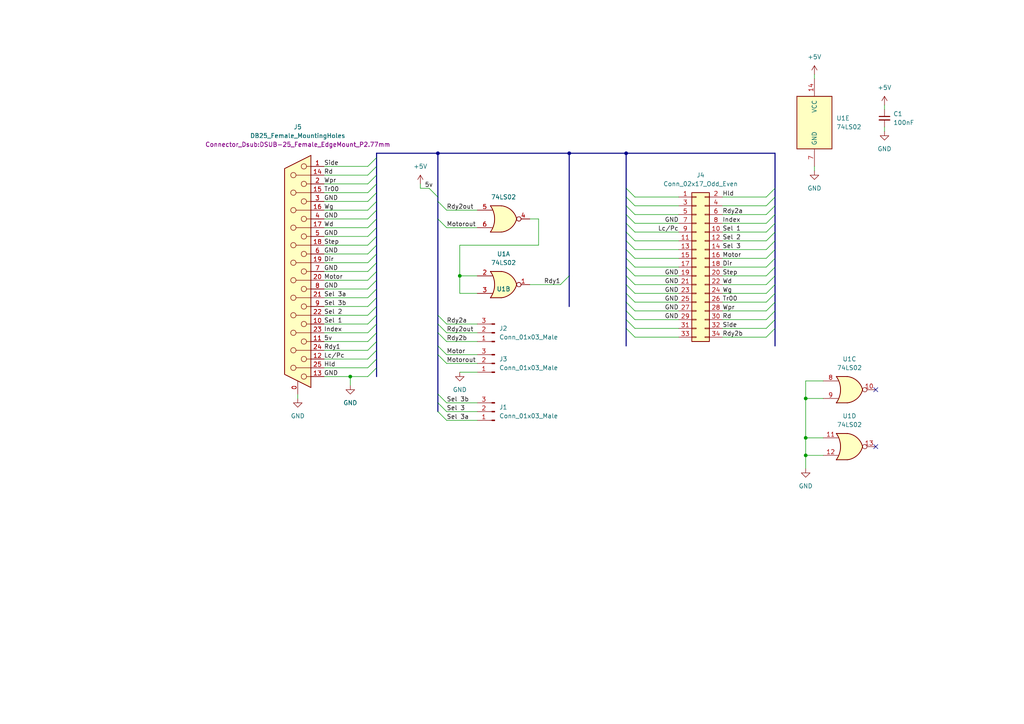
<source format=kicad_sch>
(kicad_sch (version 20211123) (generator eeschema)
  (paper "A4")
  (lib_symbols
    (symbol "74xx:74LS02" (pin_names (offset 1.016))
      (property "Reference" "U" (at 0 1.27 0))
      (property "Value" "74LS02" (at 0 -1.27 0))
      (symbol "74LS02_1_1"
        (arc (start -3.81 -3.81) (mid -2.589 0) (end -3.81 3.81) (stroke (width 0.254)))
        (arc (start -0.6096 -3.81) (mid 2.1855 -2.584) (end 3.81 0) (stroke (width 0.254)) (fill (type background)))
        (polyline (pts (xy -3.81 -3.81) (xy -0.635 -3.81)) (stroke (width 0.254)) (fill (type background)))
        (polyline (pts (xy -3.81 3.81) (xy -0.635 3.81)) (stroke (width 0.254)) (fill (type background)))
        (polyline (pts (xy -0.635 3.81) (xy -3.81 3.81) (xy -3.81 3.81) (xy -3.556 3.4036) (xy -3.0226 2.2606) (xy -2.6924 1.0414) (xy -2.6162 -0.254) (xy -2.7686 -1.4986) (xy -3.175 -2.7178) (xy -3.81 -3.81) (xy -3.81 -3.81) (xy -0.635 -3.81)) (stroke (width -25.4)) (fill (type background)))
        (arc (start 3.81 0) (mid 2.1928 2.5925) (end -0.6096 3.81) (stroke (width 0.254)) (fill (type background)))
        (pin output inverted (at 7.62 0 180) (length 3.81) (name "~") (number "1"))
        (pin input line (at -7.62 2.54 0) (length 4.318) (name "~") (number "2"))
        (pin input line (at -7.62 -2.54 0) (length 4.318) (name "~") (number "3"))
      )
      (symbol "74LS02_1_2"
        (arc (start 0 -3.81) (mid 3.81 0) (end 0 3.81) (stroke (width 0.254)) (fill (type background)))
        (polyline (pts (xy 0 3.81) (xy -3.81 3.81) (xy -3.81 -3.81) (xy 0 -3.81)) (stroke (width 0.254)) (fill (type background)))
        (pin output line (at 7.62 0 180) (length 3.81) (name "~") (number "1"))
        (pin input inverted (at -7.62 2.54 0) (length 3.81) (name "~") (number "2"))
        (pin input inverted (at -7.62 -2.54 0) (length 3.81) (name "~") (number "3"))
      )
      (symbol "74LS02_2_1"
        (arc (start -3.81 -3.81) (mid -2.589 0) (end -3.81 3.81) (stroke (width 0.254)))
        (arc (start -0.6096 -3.81) (mid 2.1855 -2.584) (end 3.81 0) (stroke (width 0.254)) (fill (type background)))
        (polyline (pts (xy -3.81 -3.81) (xy -0.635 -3.81)) (stroke (width 0.254)) (fill (type background)))
        (polyline (pts (xy -3.81 3.81) (xy -0.635 3.81)) (stroke (width 0.254)) (fill (type background)))
        (polyline (pts (xy -0.635 3.81) (xy -3.81 3.81) (xy -3.81 3.81) (xy -3.556 3.4036) (xy -3.0226 2.2606) (xy -2.6924 1.0414) (xy -2.6162 -0.254) (xy -2.7686 -1.4986) (xy -3.175 -2.7178) (xy -3.81 -3.81) (xy -3.81 -3.81) (xy -0.635 -3.81)) (stroke (width -25.4)) (fill (type background)))
        (arc (start 3.81 0) (mid 2.1928 2.5925) (end -0.6096 3.81) (stroke (width 0.254)) (fill (type background)))
        (pin output inverted (at 7.62 0 180) (length 3.81) (name "~") (number "4"))
        (pin input line (at -7.62 2.54 0) (length 4.318) (name "~") (number "5"))
        (pin input line (at -7.62 -2.54 0) (length 4.318) (name "~") (number "6"))
      )
      (symbol "74LS02_2_2"
        (arc (start 0 -3.81) (mid 3.81 0) (end 0 3.81) (stroke (width 0.254)) (fill (type background)))
        (polyline (pts (xy 0 3.81) (xy -3.81 3.81) (xy -3.81 -3.81) (xy 0 -3.81)) (stroke (width 0.254)) (fill (type background)))
        (pin output line (at 7.62 0 180) (length 3.81) (name "~") (number "4"))
        (pin input inverted (at -7.62 2.54 0) (length 3.81) (name "~") (number "5"))
        (pin input inverted (at -7.62 -2.54 0) (length 3.81) (name "~") (number "6"))
      )
      (symbol "74LS02_3_1"
        (arc (start -3.81 -3.81) (mid -2.589 0) (end -3.81 3.81) (stroke (width 0.254)))
        (arc (start -0.6096 -3.81) (mid 2.1855 -2.584) (end 3.81 0) (stroke (width 0.254)) (fill (type background)))
        (polyline (pts (xy -3.81 -3.81) (xy -0.635 -3.81)) (stroke (width 0.254)) (fill (type background)))
        (polyline (pts (xy -3.81 3.81) (xy -0.635 3.81)) (stroke (width 0.254)) (fill (type background)))
        (polyline (pts (xy -0.635 3.81) (xy -3.81 3.81) (xy -3.81 3.81) (xy -3.556 3.4036) (xy -3.0226 2.2606) (xy -2.6924 1.0414) (xy -2.6162 -0.254) (xy -2.7686 -1.4986) (xy -3.175 -2.7178) (xy -3.81 -3.81) (xy -3.81 -3.81) (xy -0.635 -3.81)) (stroke (width -25.4)) (fill (type background)))
        (arc (start 3.81 0) (mid 2.1928 2.5925) (end -0.6096 3.81) (stroke (width 0.254)) (fill (type background)))
        (pin output inverted (at 7.62 0 180) (length 3.81) (name "~") (number "10"))
        (pin input line (at -7.62 2.54 0) (length 4.318) (name "~") (number "8"))
        (pin input line (at -7.62 -2.54 0) (length 4.318) (name "~") (number "9"))
      )
      (symbol "74LS02_3_2"
        (arc (start 0 -3.81) (mid 3.81 0) (end 0 3.81) (stroke (width 0.254)) (fill (type background)))
        (polyline (pts (xy 0 3.81) (xy -3.81 3.81) (xy -3.81 -3.81) (xy 0 -3.81)) (stroke (width 0.254)) (fill (type background)))
        (pin output line (at 7.62 0 180) (length 3.81) (name "~") (number "10"))
        (pin input inverted (at -7.62 2.54 0) (length 3.81) (name "~") (number "8"))
        (pin input inverted (at -7.62 -2.54 0) (length 3.81) (name "~") (number "9"))
      )
      (symbol "74LS02_4_1"
        (arc (start -3.81 -3.81) (mid -2.589 0) (end -3.81 3.81) (stroke (width 0.254)))
        (arc (start -0.6096 -3.81) (mid 2.1855 -2.584) (end 3.81 0) (stroke (width 0.254)) (fill (type background)))
        (polyline (pts (xy -3.81 -3.81) (xy -0.635 -3.81)) (stroke (width 0.254)) (fill (type background)))
        (polyline (pts (xy -3.81 3.81) (xy -0.635 3.81)) (stroke (width 0.254)) (fill (type background)))
        (polyline (pts (xy -0.635 3.81) (xy -3.81 3.81) (xy -3.81 3.81) (xy -3.556 3.4036) (xy -3.0226 2.2606) (xy -2.6924 1.0414) (xy -2.6162 -0.254) (xy -2.7686 -1.4986) (xy -3.175 -2.7178) (xy -3.81 -3.81) (xy -3.81 -3.81) (xy -0.635 -3.81)) (stroke (width -25.4)) (fill (type background)))
        (arc (start 3.81 0) (mid 2.1928 2.5925) (end -0.6096 3.81) (stroke (width 0.254)) (fill (type background)))
        (pin input line (at -7.62 2.54 0) (length 4.318) (name "~") (number "11"))
        (pin input line (at -7.62 -2.54 0) (length 4.318) (name "~") (number "12"))
        (pin output inverted (at 7.62 0 180) (length 3.81) (name "~") (number "13"))
      )
      (symbol "74LS02_4_2"
        (arc (start 0 -3.81) (mid 3.81 0) (end 0 3.81) (stroke (width 0.254)) (fill (type background)))
        (polyline (pts (xy 0 3.81) (xy -3.81 3.81) (xy -3.81 -3.81) (xy 0 -3.81)) (stroke (width 0.254)) (fill (type background)))
        (pin input inverted (at -7.62 2.54 0) (length 3.81) (name "~") (number "11"))
        (pin input inverted (at -7.62 -2.54 0) (length 3.81) (name "~") (number "12"))
        (pin output line (at 7.62 0 180) (length 3.81) (name "~") (number "13"))
      )
      (symbol "74LS02_5_0"
        (pin power_in line (at 0 12.7 270) (length 5.08) (name "VCC") (number "14"))
        (pin power_in line (at 0 -12.7 90) (length 5.08) (name "GND") (number "7"))
      )
      (symbol "74LS02_5_1"
        (rectangle (start -5.08 7.62) (end 5.08 -7.62) (stroke (width 0.254)) (fill (type background)))
      )
    )
    (symbol "Connector:Conn_01x03_Male" (pin_names (offset 1.016) hide)
      (property "Reference" "J" (at 0 5.08 0))
      (property "Value" "Conn_01x03_Male" (at 0 -5.08 0))
      (symbol "Conn_01x03_Male_1_1"
        (polyline (pts (xy 1.27 -2.54) (xy 0.8636 -2.54)) (stroke (width 0.1524)))
        (polyline (pts (xy 1.27 0) (xy 0.8636 0)) (stroke (width 0.1524)))
        (polyline (pts (xy 1.27 2.54) (xy 0.8636 2.54)) (stroke (width 0.1524)))
        (rectangle (start 0.8636 -2.413) (end 0 -2.667) (stroke (width 0.1524)) (fill (type outline)))
        (rectangle (start 0.8636 0.127) (end 0 -0.127) (stroke (width 0.1524)) (fill (type outline)))
        (rectangle (start 0.8636 2.667) (end 0 2.413) (stroke (width 0.1524)) (fill (type outline)))
        (pin passive line (at 5.08 2.54 180) (length 3.81) (name "Pin_1") (number "1"))
        (pin passive line (at 5.08 0 180) (length 3.81) (name "Pin_2") (number "2"))
        (pin passive line (at 5.08 -2.54 180) (length 3.81) (name "Pin_3") (number "3"))
      )
    )
    (symbol "Connector:DB25_Female_MountingHoles" (pin_names (offset 1.016) hide)
      (property "Reference" "J" (at 0 36.83 0))
      (property "Value" "DB25_Female_MountingHoles" (at 0 34.925 0))
      (symbol "DB25_Female_MountingHoles_0_1"
        (circle (center -1.778 -30.48) (radius 0.762))
        (circle (center -1.778 -25.4) (radius 0.762))
        (circle (center -1.778 -20.32) (radius 0.762))
        (circle (center -1.778 -15.24) (radius 0.762))
        (circle (center -1.778 -10.16) (radius 0.762))
        (circle (center -1.778 -5.08) (radius 0.762))
        (circle (center -1.778 0) (radius 0.762))
        (circle (center -1.778 5.08) (radius 0.762))
        (circle (center -1.778 10.16) (radius 0.762))
        (circle (center -1.778 15.24) (radius 0.762))
        (circle (center -1.778 20.32) (radius 0.762))
        (circle (center -1.778 25.4) (radius 0.762))
        (circle (center -1.778 30.48) (radius 0.762))
        (polyline (pts (xy -3.81 -30.48) (xy -2.54 -30.48)))
        (polyline (pts (xy -3.81 -27.94) (xy 0.508 -27.94)))
        (polyline (pts (xy -3.81 -25.4) (xy -2.54 -25.4)))
        (polyline (pts (xy -3.81 -22.86) (xy 0.508 -22.86)))
        (polyline (pts (xy -3.81 -20.32) (xy -2.54 -20.32)))
        (polyline (pts (xy -3.81 -17.78) (xy 0.508 -17.78)))
        (polyline (pts (xy -3.81 -15.24) (xy -2.54 -15.24)))
        (polyline (pts (xy -3.81 -12.7) (xy 0.508 -12.7)))
        (polyline (pts (xy -3.81 -10.16) (xy -2.54 -10.16)))
        (polyline (pts (xy -3.81 -7.62) (xy 0.508 -7.62)))
        (polyline (pts (xy -3.81 -5.08) (xy -2.54 -5.08)))
        (polyline (pts (xy -3.81 -2.54) (xy 0.508 -2.54)))
        (polyline (pts (xy -3.81 0) (xy -2.54 0)))
        (polyline (pts (xy -3.81 2.54) (xy 0.508 2.54)))
        (polyline (pts (xy -3.81 5.08) (xy -2.54 5.08)))
        (polyline (pts (xy -3.81 7.62) (xy 0.508 7.62)))
        (polyline (pts (xy -3.81 10.16) (xy -2.54 10.16)))
        (polyline (pts (xy -3.81 12.7) (xy 0.508 12.7)))
        (polyline (pts (xy -3.81 15.24) (xy -2.54 15.24)))
        (polyline (pts (xy -3.81 17.78) (xy 0.508 17.78)))
        (polyline (pts (xy -3.81 20.32) (xy -2.54 20.32)))
        (polyline (pts (xy -3.81 22.86) (xy 0.508 22.86)))
        (polyline (pts (xy -3.81 25.4) (xy -2.54 25.4)))
        (polyline (pts (xy -3.81 27.94) (xy 0.508 27.94)))
        (polyline (pts (xy -3.81 30.48) (xy -2.54 30.48)))
        (polyline (pts (xy -3.81 33.655) (xy 3.81 29.845) (xy 3.81 -29.845) (xy -3.81 -33.655) (xy -3.81 33.655)) (stroke (width 0.254)) (fill (type background)))
        (circle (center 1.27 -27.94) (radius 0.762))
        (circle (center 1.27 -22.86) (radius 0.762))
        (circle (center 1.27 -17.78) (radius 0.762))
        (circle (center 1.27 -12.7) (radius 0.762))
        (circle (center 1.27 -7.62) (radius 0.762))
        (circle (center 1.27 -2.54) (radius 0.762))
        (circle (center 1.27 2.54) (radius 0.762))
        (circle (center 1.27 7.62) (radius 0.762))
        (circle (center 1.27 12.7) (radius 0.762))
        (circle (center 1.27 17.78) (radius 0.762))
        (circle (center 1.27 22.86) (radius 0.762))
        (circle (center 1.27 27.94) (radius 0.762))
      )
      (symbol "DB25_Female_MountingHoles_1_1"
        (pin passive line (at 0 -35.56 90) (length 3.81) (name "PAD") (number "0"))
        (pin passive line (at -7.62 30.48 0) (length 3.81) (name "1") (number "1"))
        (pin passive line (at -7.62 -15.24 0) (length 3.81) (name "10") (number "10"))
        (pin passive line (at -7.62 -20.32 0) (length 3.81) (name "11") (number "11"))
        (pin passive line (at -7.62 -25.4 0) (length 3.81) (name "12") (number "12"))
        (pin passive line (at -7.62 -30.48 0) (length 3.81) (name "13") (number "13"))
        (pin passive line (at -7.62 27.94 0) (length 3.81) (name "P14") (number "14"))
        (pin passive line (at -7.62 22.86 0) (length 3.81) (name "P15") (number "15"))
        (pin passive line (at -7.62 17.78 0) (length 3.81) (name "P16") (number "16"))
        (pin passive line (at -7.62 12.7 0) (length 3.81) (name "P17") (number "17"))
        (pin passive line (at -7.62 7.62 0) (length 3.81) (name "P18") (number "18"))
        (pin passive line (at -7.62 2.54 0) (length 3.81) (name "P19") (number "19"))
        (pin passive line (at -7.62 25.4 0) (length 3.81) (name "2") (number "2"))
        (pin passive line (at -7.62 -2.54 0) (length 3.81) (name "P20") (number "20"))
        (pin passive line (at -7.62 -7.62 0) (length 3.81) (name "P21") (number "21"))
        (pin passive line (at -7.62 -12.7 0) (length 3.81) (name "P22") (number "22"))
        (pin passive line (at -7.62 -17.78 0) (length 3.81) (name "P23") (number "23"))
        (pin passive line (at -7.62 -22.86 0) (length 3.81) (name "P24") (number "24"))
        (pin passive line (at -7.62 -27.94 0) (length 3.81) (name "P25") (number "25"))
        (pin passive line (at -7.62 20.32 0) (length 3.81) (name "3") (number "3"))
        (pin passive line (at -7.62 15.24 0) (length 3.81) (name "4") (number "4"))
        (pin passive line (at -7.62 10.16 0) (length 3.81) (name "5") (number "5"))
        (pin passive line (at -7.62 5.08 0) (length 3.81) (name "6") (number "6"))
        (pin passive line (at -7.62 0 0) (length 3.81) (name "7") (number "7"))
        (pin passive line (at -7.62 -5.08 0) (length 3.81) (name "8") (number "8"))
        (pin passive line (at -7.62 -10.16 0) (length 3.81) (name "9") (number "9"))
      )
    )
    (symbol "Connector_Generic:Conn_02x17_Odd_Even" (pin_names (offset 1.016) hide)
      (property "Reference" "J" (at 1.27 22.86 0))
      (property "Value" "Conn_02x17_Odd_Even" (at 1.27 -22.86 0))
      (symbol "Conn_02x17_Odd_Even_1_1"
        (rectangle (start -1.27 -20.193) (end 0 -20.447) (stroke (width 0.1524)))
        (rectangle (start -1.27 -17.653) (end 0 -17.907) (stroke (width 0.1524)))
        (rectangle (start -1.27 -15.113) (end 0 -15.367) (stroke (width 0.1524)))
        (rectangle (start -1.27 -12.573) (end 0 -12.827) (stroke (width 0.1524)))
        (rectangle (start -1.27 -10.033) (end 0 -10.287) (stroke (width 0.1524)))
        (rectangle (start -1.27 -7.493) (end 0 -7.747) (stroke (width 0.1524)))
        (rectangle (start -1.27 -4.953) (end 0 -5.207) (stroke (width 0.1524)))
        (rectangle (start -1.27 -2.413) (end 0 -2.667) (stroke (width 0.1524)))
        (rectangle (start -1.27 0.127) (end 0 -0.127) (stroke (width 0.1524)))
        (rectangle (start -1.27 2.667) (end 0 2.413) (stroke (width 0.1524)))
        (rectangle (start -1.27 5.207) (end 0 4.953) (stroke (width 0.1524)))
        (rectangle (start -1.27 7.747) (end 0 7.493) (stroke (width 0.1524)))
        (rectangle (start -1.27 10.287) (end 0 10.033) (stroke (width 0.1524)))
        (rectangle (start -1.27 12.827) (end 0 12.573) (stroke (width 0.1524)))
        (rectangle (start -1.27 15.367) (end 0 15.113) (stroke (width 0.1524)))
        (rectangle (start -1.27 17.907) (end 0 17.653) (stroke (width 0.1524)))
        (rectangle (start -1.27 20.447) (end 0 20.193) (stroke (width 0.1524)))
        (rectangle (start -1.27 21.59) (end 3.81 -21.59) (stroke (width 0.254)) (fill (type background)))
        (rectangle (start 3.81 -20.193) (end 2.54 -20.447) (stroke (width 0.1524)))
        (rectangle (start 3.81 -17.653) (end 2.54 -17.907) (stroke (width 0.1524)))
        (rectangle (start 3.81 -15.113) (end 2.54 -15.367) (stroke (width 0.1524)))
        (rectangle (start 3.81 -12.573) (end 2.54 -12.827) (stroke (width 0.1524)))
        (rectangle (start 3.81 -10.033) (end 2.54 -10.287) (stroke (width 0.1524)))
        (rectangle (start 3.81 -7.493) (end 2.54 -7.747) (stroke (width 0.1524)))
        (rectangle (start 3.81 -4.953) (end 2.54 -5.207) (stroke (width 0.1524)))
        (rectangle (start 3.81 -2.413) (end 2.54 -2.667) (stroke (width 0.1524)))
        (rectangle (start 3.81 0.127) (end 2.54 -0.127) (stroke (width 0.1524)))
        (rectangle (start 3.81 2.667) (end 2.54 2.413) (stroke (width 0.1524)))
        (rectangle (start 3.81 5.207) (end 2.54 4.953) (stroke (width 0.1524)))
        (rectangle (start 3.81 7.747) (end 2.54 7.493) (stroke (width 0.1524)))
        (rectangle (start 3.81 10.287) (end 2.54 10.033) (stroke (width 0.1524)))
        (rectangle (start 3.81 12.827) (end 2.54 12.573) (stroke (width 0.1524)))
        (rectangle (start 3.81 15.367) (end 2.54 15.113) (stroke (width 0.1524)))
        (rectangle (start 3.81 17.907) (end 2.54 17.653) (stroke (width 0.1524)))
        (rectangle (start 3.81 20.447) (end 2.54 20.193) (stroke (width 0.1524)))
        (pin passive line (at -5.08 20.32 0) (length 3.81) (name "Pin_1") (number "1"))
        (pin passive line (at 7.62 10.16 180) (length 3.81) (name "Pin_10") (number "10"))
        (pin passive line (at -5.08 7.62 0) (length 3.81) (name "Pin_11") (number "11"))
        (pin passive line (at 7.62 7.62 180) (length 3.81) (name "Pin_12") (number "12"))
        (pin passive line (at -5.08 5.08 0) (length 3.81) (name "Pin_13") (number "13"))
        (pin passive line (at 7.62 5.08 180) (length 3.81) (name "Pin_14") (number "14"))
        (pin passive line (at -5.08 2.54 0) (length 3.81) (name "Pin_15") (number "15"))
        (pin passive line (at 7.62 2.54 180) (length 3.81) (name "Pin_16") (number "16"))
        (pin passive line (at -5.08 0 0) (length 3.81) (name "Pin_17") (number "17"))
        (pin passive line (at 7.62 0 180) (length 3.81) (name "Pin_18") (number "18"))
        (pin passive line (at -5.08 -2.54 0) (length 3.81) (name "Pin_19") (number "19"))
        (pin passive line (at 7.62 20.32 180) (length 3.81) (name "Pin_2") (number "2"))
        (pin passive line (at 7.62 -2.54 180) (length 3.81) (name "Pin_20") (number "20"))
        (pin passive line (at -5.08 -5.08 0) (length 3.81) (name "Pin_21") (number "21"))
        (pin passive line (at 7.62 -5.08 180) (length 3.81) (name "Pin_22") (number "22"))
        (pin passive line (at -5.08 -7.62 0) (length 3.81) (name "Pin_23") (number "23"))
        (pin passive line (at 7.62 -7.62 180) (length 3.81) (name "Pin_24") (number "24"))
        (pin passive line (at -5.08 -10.16 0) (length 3.81) (name "Pin_25") (number "25"))
        (pin passive line (at 7.62 -10.16 180) (length 3.81) (name "Pin_26") (number "26"))
        (pin passive line (at -5.08 -12.7 0) (length 3.81) (name "Pin_27") (number "27"))
        (pin passive line (at 7.62 -12.7 180) (length 3.81) (name "Pin_28") (number "28"))
        (pin passive line (at -5.08 -15.24 0) (length 3.81) (name "Pin_29") (number "29"))
        (pin passive line (at -5.08 17.78 0) (length 3.81) (name "Pin_3") (number "3"))
        (pin passive line (at 7.62 -15.24 180) (length 3.81) (name "Pin_30") (number "30"))
        (pin passive line (at -5.08 -17.78 0) (length 3.81) (name "Pin_31") (number "31"))
        (pin passive line (at 7.62 -17.78 180) (length 3.81) (name "Pin_32") (number "32"))
        (pin passive line (at -5.08 -20.32 0) (length 3.81) (name "Pin_33") (number "33"))
        (pin passive line (at 7.62 -20.32 180) (length 3.81) (name "Pin_34") (number "34"))
        (pin passive line (at 7.62 17.78 180) (length 3.81) (name "Pin_4") (number "4"))
        (pin passive line (at -5.08 15.24 0) (length 3.81) (name "Pin_5") (number "5"))
        (pin passive line (at 7.62 15.24 180) (length 3.81) (name "Pin_6") (number "6"))
        (pin passive line (at -5.08 12.7 0) (length 3.81) (name "Pin_7") (number "7"))
        (pin passive line (at 7.62 12.7 180) (length 3.81) (name "Pin_8") (number "8"))
        (pin passive line (at -5.08 10.16 0) (length 3.81) (name "Pin_9") (number "9"))
      )
    )
    (symbol "Device:C_Small" (pin_numbers hide) (pin_names (offset 0.254) hide)
      (property "Reference" "C" (at 0.254 1.778 0))
      (property "Value" "C_Small" (at 0.254 -2.032 0))
      (symbol "C_Small_0_1"
        (polyline (pts (xy -1.524 -0.508) (xy 1.524 -0.508)) (stroke (width 0.3302)))
        (polyline (pts (xy -1.524 0.508) (xy 1.524 0.508)) (stroke (width 0.3048)))
      )
      (symbol "C_Small_1_1"
        (pin passive line (at 0 2.54 270) (length 2.032) (name "~") (number "1"))
        (pin passive line (at 0 -2.54 90) (length 2.032) (name "~") (number "2"))
      )
    )
    (symbol "power:+5V" (power) (pin_names (offset 0))
      (property "Value" "+5V" (at 0 3.556 0))
      (symbol "+5V_0_1"
        (polyline (pts (xy -0.762 1.27) (xy 0 2.54)))
        (polyline (pts (xy 0 0) (xy 0 2.54)))
        (polyline (pts (xy 0 2.54) (xy 0.762 1.27)))
      )
      (symbol "+5V_1_1"
        (pin power_in line (at 0 0 90) (length 0) hide (name "+5V") (number "1"))
      )
    )
    (symbol "power:GND" (power) (pin_names (offset 0))
      (property "Value" "GND" (at 0 -3.81 0))
      (symbol "GND_0_1"
        (polyline (pts (xy 0 0) (xy 0 -1.27) (xy 1.27 -1.27) (xy 0 -2.54) (xy -1.27 -1.27) (xy 0 -1.27)))
      )
      (symbol "GND_1_1"
        (pin power_in line (at 0 0 270) (length 0) hide (name "GND") (number "1"))
      )
    )
  )
  (junction (at 101.6 109.22))
  (junction (at 165.1 44.45))
  (junction (at 127 44.45))
  (junction (at 233.68 115.57))
  (junction (at 233.68 132.08))
  (junction (at 133.35 80.01))
  (junction (at 181.61 44.45))
  (junction (at 233.68 127))
  (no_connect (at 254 113.03))
  (no_connect (at 254 129.54))
  (bus_entry (at 222.25 92.71) (size 2.54 -2.54))
  (bus_entry (at 106.68 63.5) (size 2.54 -2.54))
  (bus_entry (at 106.68 91.44) (size 2.54 -2.54))
  (bus_entry (at 222.25 64.77) (size 2.54 -2.54))
  (bus_entry (at 106.68 96.52) (size 2.54 -2.54))
  (bus_entry (at 222.25 77.47) (size 2.54 -2.54))
  (bus_entry (at 106.68 109.22) (size 2.54 -2.54))
  (bus_entry (at 106.68 73.66) (size 2.54 -2.54))
  (bus_entry (at 222.25 62.23) (size 2.54 -2.54))
  (bus_entry (at 106.68 68.58) (size 2.54 -2.54))
  (bus_entry (at 106.68 104.14) (size 2.54 -2.54))
  (bus_entry (at 184.15 77.47) (size -2.54 -2.54))
  (bus_entry (at 106.68 93.98) (size 2.54 -2.54))
  (bus_entry (at 124.46 54.61) (size 2.54 2.54))
  (bus_entry (at 184.15 72.39) (size -2.54 -2.54))
  (bus_entry (at 106.68 71.12) (size 2.54 -2.54))
  (bus_entry (at 129.54 96.52) (size -2.54 -2.54))
  (bus_entry (at 162.56 82.55) (size 2.54 -2.54))
  (bus_entry (at 129.54 102.87) (size -2.54 -2.54))
  (bus_entry (at 106.68 76.2) (size 2.54 -2.54))
  (bus_entry (at 106.68 60.96) (size 2.54 -2.54))
  (bus_entry (at 184.15 85.09) (size -2.54 -2.54))
  (bus_entry (at 129.54 99.06) (size -2.54 -2.54))
  (bus_entry (at 184.15 62.23) (size -2.54 -2.54))
  (bus_entry (at 184.15 57.15) (size -2.54 -2.54))
  (bus_entry (at 129.54 60.96) (size -2.54 -2.54))
  (bus_entry (at 184.15 69.85) (size -2.54 -2.54))
  (bus_entry (at 129.54 93.98) (size -2.54 -2.54))
  (bus_entry (at 129.54 66.04) (size -2.54 -2.54))
  (bus_entry (at 184.15 87.63) (size -2.54 -2.54))
  (bus_entry (at 184.15 80.01) (size -2.54 -2.54))
  (bus_entry (at 222.25 87.63) (size 2.54 -2.54))
  (bus_entry (at 184.15 95.25) (size -2.54 -2.54))
  (bus_entry (at 222.25 95.25) (size 2.54 -2.54))
  (bus_entry (at 222.25 85.09) (size 2.54 -2.54))
  (bus_entry (at 106.68 48.26) (size 2.54 -2.54))
  (bus_entry (at 222.25 59.69) (size 2.54 -2.54))
  (bus_entry (at 106.68 78.74) (size 2.54 -2.54))
  (bus_entry (at 184.15 74.93) (size -2.54 -2.54))
  (bus_entry (at 222.25 69.85) (size 2.54 -2.54))
  (bus_entry (at 184.15 82.55) (size -2.54 -2.54))
  (bus_entry (at 184.15 90.17) (size -2.54 -2.54))
  (bus_entry (at 222.25 97.79) (size 2.54 -2.54))
  (bus_entry (at 184.15 64.77) (size -2.54 -2.54))
  (bus_entry (at 222.25 74.93) (size 2.54 -2.54))
  (bus_entry (at 106.68 81.28) (size 2.54 -2.54))
  (bus_entry (at 222.25 80.01) (size 2.54 -2.54))
  (bus_entry (at 106.68 50.8) (size 2.54 -2.54))
  (bus_entry (at 106.68 83.82) (size 2.54 -2.54))
  (bus_entry (at 129.54 119.38) (size -2.54 -2.54))
  (bus_entry (at 184.15 59.69) (size -2.54 -2.54))
  (bus_entry (at 222.25 57.15) (size 2.54 -2.54))
  (bus_entry (at 184.15 92.71) (size -2.54 -2.54))
  (bus_entry (at 106.68 88.9) (size 2.54 -2.54))
  (bus_entry (at 106.68 58.42) (size 2.54 -2.54))
  (bus_entry (at 129.54 105.41) (size -2.54 -2.54))
  (bus_entry (at 106.68 53.34) (size 2.54 -2.54))
  (bus_entry (at 106.68 66.04) (size 2.54 -2.54))
  (bus_entry (at 106.68 101.6) (size 2.54 -2.54))
  (bus_entry (at 184.15 97.79) (size -2.54 -2.54))
  (bus_entry (at 129.54 121.92) (size -2.54 -2.54))
  (bus_entry (at 106.68 99.06) (size 2.54 -2.54))
  (bus_entry (at 184.15 67.31) (size -2.54 -2.54))
  (bus_entry (at 129.54 116.84) (size -2.54 -2.54))
  (bus_entry (at 106.68 86.36) (size 2.54 -2.54))
  (bus_entry (at 222.25 72.39) (size 2.54 -2.54))
  (bus_entry (at 222.25 67.31) (size 2.54 -2.54))
  (bus_entry (at 222.25 82.55) (size 2.54 -2.54))
  (bus_entry (at 106.68 55.88) (size 2.54 -2.54))
  (bus_entry (at 222.25 90.17) (size 2.54 -2.54))
  (bus_entry (at 106.68 106.68) (size 2.54 -2.54))
  (wire (pts (xy 196.85 97.79) (xy 184.15 97.79)))
  (wire (pts (xy 233.68 127) (xy 233.68 115.57)))
  (bus (pts (xy 127 102.87) (xy 127 114.3)))
  (wire (pts (xy 93.98 60.96) (xy 106.68 60.96)))
  (bus (pts (xy 181.61 67.31) (xy 181.61 69.85)))
  (wire (pts (xy 156.21 71.12) (xy 133.35 71.12)))
  (bus (pts (xy 109.22 96.52) (xy 109.22 99.06)))
  (bus (pts (xy 181.61 95.25) (xy 181.61 100.33)))
  (bus (pts (xy 181.61 74.93) (xy 181.61 77.47)))
  (wire (pts (xy 196.85 77.47) (xy 184.15 77.47)))
  (bus (pts (xy 109.22 63.5) (xy 109.22 66.04)))
  (wire (pts (xy 93.98 58.42) (xy 106.68 58.42)))
  (wire (pts (xy 209.55 59.69) (xy 222.25 59.69)))
  (wire (pts (xy 236.22 21.59) (xy 236.22 22.86)))
  (wire (pts (xy 93.98 91.44) (xy 106.68 91.44)))
  (wire (pts (xy 93.98 96.52) (xy 106.68 96.52)))
  (bus (pts (xy 109.22 53.34) (xy 109.22 55.88)))
  (bus (pts (xy 224.79 74.93) (xy 224.79 77.47)))
  (wire (pts (xy 93.98 88.9) (xy 106.68 88.9)))
  (wire (pts (xy 129.54 99.06) (xy 138.43 99.06)))
  (wire (pts (xy 93.98 99.06) (xy 106.68 99.06)))
  (wire (pts (xy 233.68 127) (xy 233.68 132.08)))
  (wire (pts (xy 233.68 132.08) (xy 233.68 135.89)))
  (wire (pts (xy 196.85 82.55) (xy 184.15 82.55)))
  (wire (pts (xy 129.54 66.04) (xy 138.43 66.04)))
  (wire (pts (xy 93.98 93.98) (xy 106.68 93.98)))
  (wire (pts (xy 209.55 72.39) (xy 222.25 72.39)))
  (wire (pts (xy 133.35 71.12) (xy 133.35 80.01)))
  (wire (pts (xy 209.55 82.55) (xy 222.25 82.55)))
  (wire (pts (xy 209.55 90.17) (xy 222.25 90.17)))
  (wire (pts (xy 196.85 95.25) (xy 184.15 95.25)))
  (bus (pts (xy 181.61 62.23) (xy 181.61 64.77)))
  (bus (pts (xy 109.22 73.66) (xy 109.22 76.2)))
  (bus (pts (xy 109.22 78.74) (xy 109.22 81.28)))
  (bus (pts (xy 181.61 59.69) (xy 181.61 62.23)))
  (wire (pts (xy 233.68 127) (xy 238.76 127)))
  (bus (pts (xy 181.61 44.45) (xy 181.61 54.61)))
  (bus (pts (xy 109.22 58.42) (xy 109.22 60.96)))
  (wire (pts (xy 86.36 114.3) (xy 86.36 115.57)))
  (bus (pts (xy 181.61 87.63) (xy 181.61 90.17)))
  (wire (pts (xy 209.55 69.85) (xy 222.25 69.85)))
  (bus (pts (xy 181.61 80.01) (xy 181.61 82.55)))
  (wire (pts (xy 256.54 30.48) (xy 256.54 31.75)))
  (bus (pts (xy 127 44.45) (xy 127 57.15)))
  (wire (pts (xy 238.76 132.08) (xy 233.68 132.08)))
  (wire (pts (xy 93.98 83.82) (xy 106.68 83.82)))
  (wire (pts (xy 129.54 102.87) (xy 138.43 102.87)))
  (wire (pts (xy 121.92 53.34) (xy 121.92 54.61)))
  (bus (pts (xy 109.22 71.12) (xy 109.22 73.66)))
  (bus (pts (xy 127 57.15) (xy 127 58.42)))
  (bus (pts (xy 224.79 44.45) (xy 224.79 54.61)))
  (wire (pts (xy 256.54 36.83) (xy 256.54 38.1)))
  (wire (pts (xy 93.98 104.14) (xy 106.68 104.14)))
  (bus (pts (xy 224.79 77.47) (xy 224.79 80.01)))
  (bus (pts (xy 181.61 92.71) (xy 181.61 95.25)))
  (bus (pts (xy 224.79 90.17) (xy 224.79 92.71)))
  (wire (pts (xy 209.55 92.71) (xy 222.25 92.71)))
  (bus (pts (xy 109.22 76.2) (xy 109.22 78.74)))
  (wire (pts (xy 93.98 55.88) (xy 106.68 55.88)))
  (bus (pts (xy 224.79 62.23) (xy 224.79 64.77)))
  (wire (pts (xy 133.35 80.01) (xy 133.35 85.09)))
  (bus (pts (xy 109.22 106.68) (xy 109.22 109.22)))
  (bus (pts (xy 181.61 64.77) (xy 181.61 67.31)))
  (bus (pts (xy 109.22 91.44) (xy 109.22 93.98)))
  (wire (pts (xy 129.54 121.92) (xy 138.43 121.92)))
  (bus (pts (xy 109.22 44.45) (xy 127 44.45)))
  (bus (pts (xy 127 116.84) (xy 127 119.38)))
  (wire (pts (xy 196.85 85.09) (xy 184.15 85.09)))
  (bus (pts (xy 224.79 80.01) (xy 224.79 82.55)))
  (bus (pts (xy 224.79 59.69) (xy 224.79 62.23)))
  (bus (pts (xy 127 114.3) (xy 127 116.84)))
  (wire (pts (xy 156.21 63.5) (xy 156.21 71.12)))
  (wire (pts (xy 209.55 77.47) (xy 222.25 77.47)))
  (bus (pts (xy 109.22 55.88) (xy 109.22 58.42)))
  (wire (pts (xy 133.35 85.09) (xy 138.43 85.09)))
  (bus (pts (xy 181.61 82.55) (xy 181.61 85.09)))
  (bus (pts (xy 181.61 77.47) (xy 181.61 80.01)))
  (wire (pts (xy 93.98 73.66) (xy 106.68 73.66)))
  (wire (pts (xy 209.55 64.77) (xy 222.25 64.77)))
  (bus (pts (xy 127 63.5) (xy 127 91.44)))
  (wire (pts (xy 209.55 87.63) (xy 222.25 87.63)))
  (bus (pts (xy 109.22 50.8) (xy 109.22 53.34)))
  (bus (pts (xy 109.22 104.14) (xy 109.22 106.68)))
  (wire (pts (xy 196.85 92.71) (xy 184.15 92.71)))
  (bus (pts (xy 109.22 66.04) (xy 109.22 68.58)))
  (bus (pts (xy 109.22 88.9) (xy 109.22 91.44)))
  (wire (pts (xy 93.98 68.58) (xy 106.68 68.58)))
  (wire (pts (xy 133.35 107.95) (xy 138.43 107.95)))
  (wire (pts (xy 93.98 63.5) (xy 106.68 63.5)))
  (wire (pts (xy 93.98 50.8) (xy 106.68 50.8)))
  (bus (pts (xy 224.79 67.31) (xy 224.79 69.85)))
  (bus (pts (xy 181.61 72.39) (xy 181.61 74.93)))
  (wire (pts (xy 133.35 80.01) (xy 138.43 80.01)))
  (bus (pts (xy 109.22 99.06) (xy 109.22 101.6)))
  (bus (pts (xy 109.22 48.26) (xy 109.22 50.8)))
  (bus (pts (xy 224.79 64.77) (xy 224.79 67.31)))
  (wire (pts (xy 93.98 101.6) (xy 106.68 101.6)))
  (wire (pts (xy 129.54 96.52) (xy 138.43 96.52)))
  (wire (pts (xy 196.85 80.01) (xy 184.15 80.01)))
  (bus (pts (xy 181.61 57.15) (xy 181.61 54.61)))
  (wire (pts (xy 196.85 69.85) (xy 184.15 69.85)))
  (wire (pts (xy 196.85 87.63) (xy 184.15 87.63)))
  (bus (pts (xy 127 58.42) (xy 127 63.5)))
  (wire (pts (xy 236.22 48.26) (xy 236.22 49.53)))
  (bus (pts (xy 109.22 45.72) (xy 109.22 44.45)))
  (wire (pts (xy 209.55 95.25) (xy 222.25 95.25)))
  (wire (pts (xy 93.98 66.04) (xy 106.68 66.04)))
  (wire (pts (xy 209.55 67.31) (xy 222.25 67.31)))
  (bus (pts (xy 109.22 60.96) (xy 109.22 63.5)))
  (wire (pts (xy 93.98 86.36) (xy 106.68 86.36)))
  (wire (pts (xy 209.55 57.15) (xy 222.25 57.15)))
  (wire (pts (xy 233.68 115.57) (xy 233.68 110.49)))
  (wire (pts (xy 196.85 57.15) (xy 184.15 57.15)))
  (bus (pts (xy 127 100.33) (xy 127 102.87)))
  (wire (pts (xy 196.85 62.23) (xy 184.15 62.23)))
  (bus (pts (xy 127 93.98) (xy 127 96.52)))
  (bus (pts (xy 109.22 48.26) (xy 109.22 45.72)))
  (wire (pts (xy 101.6 109.22) (xy 106.68 109.22)))
  (wire (pts (xy 93.98 53.34) (xy 106.68 53.34)))
  (wire (pts (xy 153.67 63.5) (xy 156.21 63.5)))
  (wire (pts (xy 196.85 67.31) (xy 184.15 67.31)))
  (bus (pts (xy 165.1 44.45) (xy 181.61 44.45)))
  (bus (pts (xy 181.61 44.45) (xy 224.79 44.45)))
  (wire (pts (xy 129.54 93.98) (xy 138.43 93.98)))
  (bus (pts (xy 165.1 80.01) (xy 165.1 88.9)))
  (bus (pts (xy 224.79 69.85) (xy 224.79 72.39)))
  (bus (pts (xy 109.22 101.6) (xy 109.22 104.14)))
  (wire (pts (xy 129.54 60.96) (xy 138.43 60.96)))
  (bus (pts (xy 109.22 83.82) (xy 109.22 86.36)))
  (wire (pts (xy 209.55 97.79) (xy 222.25 97.79)))
  (bus (pts (xy 109.22 86.36) (xy 109.22 88.9)))
  (wire (pts (xy 129.54 119.38) (xy 138.43 119.38)))
  (bus (pts (xy 109.22 81.28) (xy 109.22 83.82)))
  (wire (pts (xy 209.55 80.01) (xy 222.25 80.01)))
  (bus (pts (xy 224.79 92.71) (xy 224.79 95.25)))
  (wire (pts (xy 209.55 74.93) (xy 222.25 74.93)))
  (wire (pts (xy 233.68 115.57) (xy 238.76 115.57)))
  (wire (pts (xy 196.85 90.17) (xy 184.15 90.17)))
  (bus (pts (xy 224.79 87.63) (xy 224.79 90.17)))
  (wire (pts (xy 101.6 109.22) (xy 101.6 111.76)))
  (wire (pts (xy 233.68 110.49) (xy 238.76 110.49)))
  (bus (pts (xy 127 91.44) (xy 127 93.98)))
  (bus (pts (xy 224.79 72.39) (xy 224.79 74.93)))
  (bus (pts (xy 165.1 44.45) (xy 165.1 80.01)))
  (bus (pts (xy 109.22 93.98) (xy 109.22 96.52)))
  (bus (pts (xy 181.61 69.85) (xy 181.61 72.39)))
  (wire (pts (xy 121.92 54.61) (xy 124.46 54.61)))
  (bus (pts (xy 127 96.52) (xy 127 100.33)))
  (wire (pts (xy 93.98 78.74) (xy 106.68 78.74)))
  (bus (pts (xy 181.61 90.17) (xy 181.61 92.71)))
  (bus (pts (xy 181.61 57.15) (xy 181.61 59.69)))
  (wire (pts (xy 196.85 74.93) (xy 184.15 74.93)))
  (wire (pts (xy 93.98 76.2) (xy 106.68 76.2)))
  (wire (pts (xy 162.56 82.55) (xy 153.67 82.55)))
  (wire (pts (xy 93.98 81.28) (xy 106.68 81.28)))
  (wire (pts (xy 93.98 106.68) (xy 106.68 106.68)))
  (bus (pts (xy 224.79 57.15) (xy 224.79 59.69)))
  (wire (pts (xy 93.98 48.26) (xy 106.68 48.26)))
  (wire (pts (xy 129.54 105.41) (xy 138.43 105.41)))
  (bus (pts (xy 224.79 95.25) (xy 224.79 100.33)))
  (wire (pts (xy 196.85 72.39) (xy 184.15 72.39)))
  (bus (pts (xy 224.79 85.09) (xy 224.79 87.63)))
  (wire (pts (xy 196.85 59.69) (xy 184.15 59.69)))
  (bus (pts (xy 127 44.45) (xy 165.1 44.45)))
  (bus (pts (xy 224.79 82.55) (xy 224.79 85.09)))
  (wire (pts (xy 93.98 71.12) (xy 106.68 71.12)))
  (bus (pts (xy 224.79 57.15) (xy 224.79 54.61)))
  (wire (pts (xy 209.55 85.09) (xy 222.25 85.09)))
  (bus (pts (xy 181.61 85.09) (xy 181.61 87.63)))
  (wire (pts (xy 93.98 109.22) (xy 101.6 109.22)))
  (wire (pts (xy 129.54 116.84) (xy 138.43 116.84)))
  (wire (pts (xy 209.55 62.23) (xy 222.25 62.23)))
  (wire (pts (xy 196.85 64.77) (xy 184.15 64.77)))
  (bus (pts (xy 109.22 68.58) (xy 109.22 71.12)))
  (label "GND" (at 93.98 78.74 0))
  (label "Tr00" (at 93.98 55.88 0))
  (label "Motor" (at 129.54 102.87 0))
  (label "Wpr" (at 93.98 53.34 0))
  (label "Wg" (at 209.55 85.09 0))
  (label "Index" (at 93.98 96.52 0))
  (label "Rd" (at 209.55 92.71 0))
  (label "Rdy2out" (at 129.54 96.52 0))
  (label "GND" (at 196.85 87.63 180))
  (label "5v" (at 123.19 54.61 0))
  (label "GND" (at 93.98 63.5 0))
  (label "Dir" (at 93.98 76.2 0))
  (label "Side" (at 209.55 95.25 0))
  (label "Hld" (at 93.98 106.68 0))
  (label "Index" (at 209.55 64.77 0))
  (label "Wd" (at 209.55 82.55 0))
  (label "GND" (at 196.85 90.17 180))
  (label "Wpr" (at 209.55 90.17 0))
  (label "GND" (at 196.85 85.09 180))
  (label "GND" (at 196.85 80.01 180))
  (label "Motor" (at 209.55 74.93 0))
  (label "Step" (at 93.98 71.12 0))
  (label "Lc{slash}Pc" (at 93.98 104.14 0))
  (label "GND" (at 93.98 58.42 0))
  (label "Rdy2a" (at 209.55 62.23 0))
  (label "Motorout" (at 129.54 66.04 0))
  (label "Sel 3a" (at 129.54 121.92 0))
  (label "Rdy2b" (at 129.54 99.06 0))
  (label "Motor" (at 93.98 81.28 0))
  (label "Sel 3b" (at 93.98 88.9 0))
  (label "GND" (at 93.98 83.82 0))
  (label "GND" (at 196.85 92.71 180))
  (label "Sel 3" (at 129.54 119.38 0))
  (label "GND" (at 93.98 109.22 0))
  (label "Motorout" (at 129.54 105.41 0))
  (label "Sel 2" (at 209.55 69.85 0))
  (label "Rd" (at 93.98 50.8 0))
  (label "5v" (at 93.98 99.06 0))
  (label "Sel 1" (at 209.55 67.31 0))
  (label "Tr00" (at 209.55 87.63 0))
  (label "GND" (at 196.85 82.55 180))
  (label "Rdy1" (at 162.56 82.55 180))
  (label "GND" (at 196.85 64.77 180))
  (label "Rdy2b" (at 209.55 97.79 0))
  (label "Wg" (at 93.98 60.96 0))
  (label "Rdy1" (at 93.98 101.6 0))
  (label "Step" (at 209.55 80.01 0))
  (label "Rdy2a" (at 129.54 93.98 0))
  (label "Sel 2" (at 93.98 91.44 0))
  (label "Side" (at 93.98 48.26 0))
  (label "Sel 1" (at 93.98 93.98 0))
  (label "Sel 3b" (at 129.54 116.84 0))
  (label "GND" (at 93.98 73.66 0))
  (label "Dir" (at 209.55 77.47 0))
  (label "Wd" (at 93.98 66.04 0))
  (label "Sel 3" (at 209.55 72.39 0))
  (label "GND" (at 93.98 68.58 0))
  (label "Sel 3a" (at 93.98 86.36 0))
  (label "Lc{slash}Pc" (at 196.85 67.31 180))
  (label "Rdy2out" (at 129.54 60.96 0))
  (label "Hld" (at 209.55 57.15 0))
  (symbol (lib_id "74xx:74LS02") (at 146.05 82.55 0) (unit 1)
    (property "Reference" "U1" (at 146.05 73.66 0))
    (property "Value" "74LS02" (at 146.05 76.2 0))
    (property "Footprint" "Package_DIP:DIP-14_W7.62mm" (effects hide))
    (property "Datasheet" "http://www.ti.com/lit/gpn/sn74ls02" (effects hide))
  )
  (symbol (lib_id "power:GND") (at 233.68 135.89 0) (unit 1)
    (property "Reference" "#PWR0105" (effects hide))
    (property "Value" "GND" (at 233.68 140.97 0))
  )
  (symbol (lib_id "Connector_Generic:Conn_02x17_Odd_Even") (at 201.93 77.47 0) (unit 1)
    (property "Reference" "J4" (at 203.2 50.8 0))
    (property "Value" "Conn_02x17_Odd_Even" (at 203.2 53.34 0))
    (property "Footprint" "Connector_IDC:IDC-Header_2x17_P2.54mm_Vertical" (effects hide))
  )
  (symbol (lib_id "Connector:Conn_01x03_Male") (at 143.51 96.52 180) (unit 1)
    (property "Reference" "J2" (at 144.78 95.2499 0) (effects (justify right)))
    (property "Value" "Conn_01x03_Male" (at 144.78 97.7899 0) (effects (justify right)))
    (property "Footprint" "Connector_PinHeader_2.54mm:PinHeader_1x03_P2.54mm_Vertical" (effects hide))
  )
  (symbol (lib_id "power:GND") (at 86.36 115.57 0) (unit 1)
    (property "Reference" "#PWR0106" (effects hide))
    (property "Value" "GND" (at 86.36 120.65 0))
  )
  (symbol (lib_id "Connector:Conn_01x03_Male") (at 143.51 119.38 180) (unit 1)
    (property "Reference" "J1" (at 144.78 118.1099 0) (effects (justify right)))
    (property "Value" "Conn_01x03_Male" (at 144.78 120.6499 0) (effects (justify right)))
    (property "Footprint" "Connector_PinHeader_2.54mm:PinHeader_1x03_P2.54mm_Vertical" (effects hide))
  )
  (symbol (lib_id "74xx:74LS02") (at 246.38 113.03 0) (unit 3)
    (property "Reference" "U1" (at 246.38 104.14 0))
    (property "Value" "74LS02" (at 246.38 106.68 0))
    (property "Footprint" "Package_DIP:DIP-14_W7.62mm" (effects hide))
    (property "Datasheet" "http://www.ti.com/lit/gpn/sn74ls02" (effects hide))
  )
  (symbol (lib_id "power:+5V") (at 236.22 21.59 0) (unit 1)
    (property "Reference" "#PWR0101" (effects hide))
    (property "Value" "+5V" (at 236.22 16.51 0))
  )
  (symbol (lib_id "power:GND") (at 133.35 107.95 0) (unit 1)
    (property "Reference" "#PWR0108" (effects hide))
    (property "Value" "GND" (at 133.35 113.03 0))
  )
  (symbol (lib_id "power:GND") (at 236.22 49.53 0) (unit 1)
    (property "Reference" "#PWR0104" (effects hide))
    (property "Value" "GND" (at 236.22 54.61 0))
  )
  (symbol (lib_id "74xx:74LS02") (at 246.38 129.54 0) (unit 4)
    (property "Reference" "U1" (at 246.38 120.65 0))
    (property "Value" "74LS02" (at 246.38 123.19 0))
    (property "Footprint" "Package_DIP:DIP-14_W7.62mm" (effects hide))
    (property "Datasheet" "http://www.ti.com/lit/gpn/sn74ls02" (effects hide))
  )
  (symbol (lib_id "74xx:74LS02") (at 236.22 35.56 0) (unit 5)
    (property "Reference" "U1" (at 242.57 34.2899 0) (effects (justify left)))
    (property "Value" "74LS02" (at 242.57 36.8299 0) (effects (justify left)))
    (property "Footprint" "Package_DIP:DIP-14_W7.62mm" (effects hide))
    (property "Datasheet" "http://www.ti.com/lit/gpn/sn74ls02" (effects hide))
  )
  (symbol (lib_id "Device:C_Small") (at 256.54 34.29 0) (unit 1)
    (property "Reference" "C1" (at 259.08 33.0262 0) (effects (justify left)))
    (property "Value" "100nF" (at 259.08 35.5662 0) (effects (justify left)))
    (property "Footprint" "Capacitor_THT:C_Rect_L4.0mm_W2.5mm_P2.50mm" (effects hide))
  )
  (symbol (lib_id "power:+5V") (at 121.92 53.34 0) (unit 1)
    (property "Reference" "#PWR0109" (effects hide))
    (property "Value" "+5V" (at 121.92 48.26 0))
  )
  (symbol (lib_id "Connector:Conn_01x03_Male") (at 143.51 105.41 180) (unit 1)
    (property "Reference" "J3" (at 144.78 104.1399 0) (effects (justify right)))
    (property "Value" "Conn_01x03_Male" (at 144.78 106.6799 0) (effects (justify right)))
    (property "Footprint" "Connector_PinHeader_2.54mm:PinHeader_1x03_P2.54mm_Vertical" (effects hide))
  )
  (symbol (lib_id "power:GND") (at 101.6 111.76 0) (unit 1)
    (property "Reference" "#PWR0107" (effects hide))
    (property "Value" "GND" (at 101.6 116.84 0))
  )
  (symbol (lib_id "74xx:74LS02") (at 146.05 63.5 0) (unit 2)
    (property "Reference" "U1" (at 146.05 83.82 0))
    (property "Value" "74LS02" (at 146.05 57.15 0))
    (property "Footprint" "Package_DIP:DIP-14_W7.62mm" (effects hide))
    (property "Datasheet" "http://www.ti.com/lit/gpn/sn74ls02" (effects hide))
  )
  (symbol (lib_id "power:+5V") (at 256.54 30.48 0) (unit 1)
    (property "Reference" "#PWR0103" (effects hide))
    (property "Value" "+5V" (at 256.54 25.4 0))
  )
  (symbol (lib_id "power:GND") (at 256.54 38.1 0) (unit 1)
    (property "Reference" "#PWR0102" (effects hide))
    (property "Value" "GND" (at 256.54 43.18 0))
  )
  (symbol (lib_id "Connector:DB25_Female_MountingHoles") (at 86.36 78.74 0) (mirror y) (unit 1)
    (property "Reference" "J5" (at 86.36 36.83 0))
    (property "Value" "DB25_Female_MountingHoles" (at 86.36 39.37 0))
    (property "Footprint" "Connector_Dsub:DSUB-25_Female_EdgeMount_P2.77mm" (at 86.36 41.91 0))
    (property "Datasheet" " ~" (effects hide))
  )
)
</source>
